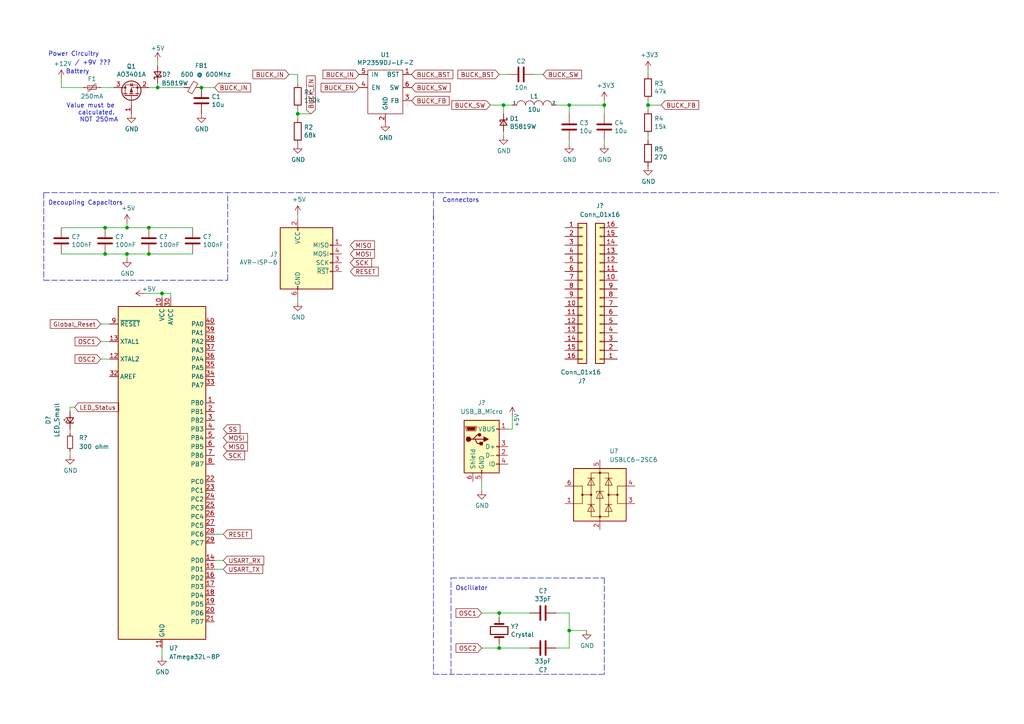
<source format=kicad_sch>
(kicad_sch (version 20211123) (generator eeschema)
  (paper "A4")
  (lib_symbols
    (symbol "Connector:AVR-ISP-6" (pin_names (offset 1.016))
      (property "Reference" "J" (at -6.35 11.43 0))
      (property "Value" "AVR-ISP-6" (at 0 11.43 0))
      (symbol "AVR-ISP-6_0_1"
        (rectangle (start -2.667 -6.858) (end -2.413 -7.62))
        (rectangle (start -2.667 10.16) (end -2.413 9.398))
        (rectangle (start 7.62 -2.413) (end 6.858 -2.667))
        (rectangle (start 7.62 0.127) (end 6.858 -0.127))
        (rectangle (start 7.62 2.667) (end 6.858 2.413))
        (rectangle (start 7.62 5.207) (end 6.858 4.953))
        (rectangle (start 7.62 10.16) (end -7.62 -7.62) (stroke (width 0.254)) (fill (type background)))
      )
      (symbol "AVR-ISP-6_1_1"
        (pin passive line (at 10.16 5.08 180) (length 2.54) (name "MISO") (number "1"))
        (pin passive line (at -2.54 12.7 270) (length 2.54) (name "VCC") (number "2"))
        (pin passive line (at 10.16 0 180) (length 2.54) (name "SCK") (number "3"))
        (pin passive line (at 10.16 2.54 180) (length 2.54) (name "MOSI") (number "4"))
        (pin passive line (at 10.16 -2.54 180) (length 2.54) (name "~{RST}") (number "5"))
        (pin passive line (at -2.54 -10.16 90) (length 2.54) (name "GND") (number "6"))
      )
    )
    (symbol "Connector:USB_B_Micro" (pin_names (offset 1.016))
      (property "Reference" "J" (at -5.08 11.43 0))
      (property "Value" "USB_B_Micro" (at -5.08 8.89 0))
      (symbol "USB_B_Micro_0_1"
        (rectangle (start -5.08 -7.62) (end 5.08 7.62) (stroke (width 0.254)) (fill (type background)))
        (circle (center -3.81 2.159) (radius 0.635) (stroke (width 0.254)) (fill (type outline)))
        (circle (center -0.635 3.429) (radius 0.381) (stroke (width 0.254)) (fill (type outline)))
        (rectangle (start -0.127 -7.62) (end 0.127 -6.858))
        (polyline (pts (xy -1.905 2.159) (xy 0.635 2.159)) (stroke (width 0.254)))
        (polyline (pts (xy -3.175 2.159) (xy -2.54 2.159) (xy -1.27 3.429) (xy -0.635 3.429)) (stroke (width 0.254)))
        (polyline (pts (xy -2.54 2.159) (xy -1.905 2.159) (xy -1.27 0.889) (xy 0 0.889)) (stroke (width 0.254)))
        (polyline (pts (xy 0.635 2.794) (xy 0.635 1.524) (xy 1.905 2.159) (xy 0.635 2.794)) (stroke (width 0.254)) (fill (type outline)))
        (polyline (pts (xy -4.318 5.588) (xy -1.778 5.588) (xy -2.032 4.826) (xy -4.064 4.826) (xy -4.318 5.588)) (fill (type outline)))
        (polyline (pts (xy -4.699 5.842) (xy -4.699 5.588) (xy -4.445 4.826) (xy -4.445 4.572) (xy -1.651 4.572) (xy -1.651 4.826) (xy -1.397 5.588) (xy -1.397 5.842) (xy -4.699 5.842)))
        (rectangle (start 0.254 1.27) (end -0.508 0.508) (stroke (width 0.254)) (fill (type outline)))
        (rectangle (start 5.08 -5.207) (end 4.318 -4.953))
        (rectangle (start 5.08 -2.667) (end 4.318 -2.413))
        (rectangle (start 5.08 -0.127) (end 4.318 0.127))
        (rectangle (start 5.08 4.953) (end 4.318 5.207))
      )
      (symbol "USB_B_Micro_1_1"
        (pin power_out line (at 7.62 5.08 180) (length 2.54) (name "VBUS") (number "1"))
        (pin bidirectional line (at 7.62 -2.54 180) (length 2.54) (name "D-") (number "2"))
        (pin bidirectional line (at 7.62 0 180) (length 2.54) (name "D+") (number "3"))
        (pin passive line (at 7.62 -5.08 180) (length 2.54) (name "ID") (number "4"))
        (pin power_out line (at 0 -10.16 90) (length 2.54) (name "GND") (number "5"))
        (pin passive line (at -2.54 -10.16 90) (length 2.54) (name "Shield") (number "6"))
      )
    )
    (symbol "Connector_Generic:Conn_01x16" (pin_names (offset 1.016) hide)
      (property "Reference" "J" (at 0 20.32 0))
      (property "Value" "Conn_01x16" (at 0 -22.86 0))
      (symbol "Conn_01x16_1_1"
        (rectangle (start -1.27 -20.193) (end 0 -20.447) (stroke (width 0.1524)))
        (rectangle (start -1.27 -17.653) (end 0 -17.907) (stroke (width 0.1524)))
        (rectangle (start -1.27 -15.113) (end 0 -15.367) (stroke (width 0.1524)))
        (rectangle (start -1.27 -12.573) (end 0 -12.827) (stroke (width 0.1524)))
        (rectangle (start -1.27 -10.033) (end 0 -10.287) (stroke (width 0.1524)))
        (rectangle (start -1.27 -7.493) (end 0 -7.747) (stroke (width 0.1524)))
        (rectangle (start -1.27 -4.953) (end 0 -5.207) (stroke (width 0.1524)))
        (rectangle (start -1.27 -2.413) (end 0 -2.667) (stroke (width 0.1524)))
        (rectangle (start -1.27 0.127) (end 0 -0.127) (stroke (width 0.1524)))
        (rectangle (start -1.27 2.667) (end 0 2.413) (stroke (width 0.1524)))
        (rectangle (start -1.27 5.207) (end 0 4.953) (stroke (width 0.1524)))
        (rectangle (start -1.27 7.747) (end 0 7.493) (stroke (width 0.1524)))
        (rectangle (start -1.27 10.287) (end 0 10.033) (stroke (width 0.1524)))
        (rectangle (start -1.27 12.827) (end 0 12.573) (stroke (width 0.1524)))
        (rectangle (start -1.27 15.367) (end 0 15.113) (stroke (width 0.1524)))
        (rectangle (start -1.27 17.907) (end 0 17.653) (stroke (width 0.1524)))
        (rectangle (start -1.27 19.05) (end 1.27 -21.59) (stroke (width 0.254)) (fill (type background)))
        (pin passive line (at -5.08 17.78 0) (length 3.81) (name "Pin_1") (number "1"))
        (pin passive line (at -5.08 -5.08 0) (length 3.81) (name "Pin_10") (number "10"))
        (pin passive line (at -5.08 -7.62 0) (length 3.81) (name "Pin_11") (number "11"))
        (pin passive line (at -5.08 -10.16 0) (length 3.81) (name "Pin_12") (number "12"))
        (pin passive line (at -5.08 -12.7 0) (length 3.81) (name "Pin_13") (number "13"))
        (pin passive line (at -5.08 -15.24 0) (length 3.81) (name "Pin_14") (number "14"))
        (pin passive line (at -5.08 -17.78 0) (length 3.81) (name "Pin_15") (number "15"))
        (pin passive line (at -5.08 -20.32 0) (length 3.81) (name "Pin_16") (number "16"))
        (pin passive line (at -5.08 15.24 0) (length 3.81) (name "Pin_2") (number "2"))
        (pin passive line (at -5.08 12.7 0) (length 3.81) (name "Pin_3") (number "3"))
        (pin passive line (at -5.08 10.16 0) (length 3.81) (name "Pin_4") (number "4"))
        (pin passive line (at -5.08 7.62 0) (length 3.81) (name "Pin_5") (number "5"))
        (pin passive line (at -5.08 5.08 0) (length 3.81) (name "Pin_6") (number "6"))
        (pin passive line (at -5.08 2.54 0) (length 3.81) (name "Pin_7") (number "7"))
        (pin passive line (at -5.08 0 0) (length 3.81) (name "Pin_8") (number "8"))
        (pin passive line (at -5.08 -2.54 0) (length 3.81) (name "Pin_9") (number "9"))
      )
    )
    (symbol "Device:C" (pin_numbers hide) (pin_names (offset 0.254))
      (property "Reference" "C" (at 0.635 2.54 0))
      (property "Value" "C" (at 0.635 -2.54 0))
      (symbol "C_0_1"
        (polyline (pts (xy -2.032 -0.762) (xy 2.032 -0.762)) (stroke (width 0.508)))
        (polyline (pts (xy -2.032 0.762) (xy 2.032 0.762)) (stroke (width 0.508)))
      )
      (symbol "C_1_1"
        (pin passive line (at 0 3.81 270) (length 2.794) (name "~") (number "1"))
        (pin passive line (at 0 -3.81 90) (length 2.794) (name "~") (number "2"))
      )
    )
    (symbol "Device:Crystal" (pin_numbers hide) (pin_names (offset 1.016) hide)
      (property "Reference" "Y" (at 0 3.81 0))
      (property "Value" "Crystal" (at 0 -3.81 0))
      (symbol "Crystal_0_1"
        (rectangle (start -1.143 2.54) (end 1.143 -2.54) (stroke (width 0.3048)))
        (polyline (pts (xy -2.54 0) (xy -1.905 0)))
        (polyline (pts (xy -1.905 -1.27) (xy -1.905 1.27)) (stroke (width 0.508)))
        (polyline (pts (xy 1.905 -1.27) (xy 1.905 1.27)) (stroke (width 0.508)))
        (polyline (pts (xy 2.54 0) (xy 1.905 0)))
      )
      (symbol "Crystal_1_1"
        (pin passive line (at -3.81 0 0) (length 1.27) (name "1") (number "1"))
        (pin passive line (at 3.81 0 180) (length 1.27) (name "2") (number "2"))
      )
    )
    (symbol "Device:D_Schottky_Small" (pin_numbers hide) (pin_names (offset 0.254) hide)
      (property "Reference" "D" (at -1.27 2.032 0))
      (property "Value" "D_Schottky_Small" (at -7.112 -2.032 0))
      (symbol "D_Schottky_Small_0_1"
        (polyline (pts (xy -0.762 0) (xy 0.762 0)))
        (polyline (pts (xy 0.762 -1.016) (xy -0.762 0) (xy 0.762 1.016) (xy 0.762 -1.016)) (stroke (width 0.254)))
        (polyline (pts (xy -1.27 0.762) (xy -1.27 1.016) (xy -0.762 1.016) (xy -0.762 -1.016) (xy -0.254 -1.016) (xy -0.254 -0.762)) (stroke (width 0.254)))
      )
      (symbol "D_Schottky_Small_1_1"
        (pin passive line (at -2.54 0 0) (length 1.778) (name "K") (number "1"))
        (pin passive line (at 2.54 0 180) (length 1.778) (name "A") (number "2"))
      )
    )
    (symbol "Device:Ferrite_Bead_Small" (pin_numbers hide) (pin_names (offset 0))
      (property "Reference" "FB" (at 1.905 1.27 0))
      (property "Value" "Device_Ferrite_Bead_Small" (at 1.905 -1.27 0))
      (symbol "Ferrite_Bead_Small_0_1"
        (polyline (pts (xy 0 -1.27) (xy 0 -0.7874)))
        (polyline (pts (xy 0 0.889) (xy 0 1.2954)))
        (polyline (pts (xy -1.8288 0.2794) (xy -1.1176 1.4986) (xy 1.8288 -0.2032) (xy 1.1176 -1.4224) (xy -1.8288 0.2794)))
      )
      (symbol "Ferrite_Bead_Small_1_1"
        (pin passive line (at 0 2.54 270) (length 1.27) (name "~") (number "1"))
        (pin passive line (at 0 -2.54 90) (length 1.27) (name "~") (number "2"))
      )
    )
    (symbol "Device:LED_Small" (pin_numbers hide) (pin_names (offset 0.254) hide)
      (property "Reference" "D" (at -1.27 3.175 0))
      (property "Value" "LED_Small" (at -4.445 -2.54 0))
      (symbol "LED_Small_0_1"
        (polyline (pts (xy -0.762 -1.016) (xy -0.762 1.016)) (stroke (width 0.254)))
        (polyline (pts (xy 1.016 0) (xy -0.762 0)))
        (polyline (pts (xy 0.762 -1.016) (xy -0.762 0) (xy 0.762 1.016) (xy 0.762 -1.016)) (stroke (width 0.254)))
        (polyline (pts (xy 0 0.762) (xy -0.508 1.27) (xy -0.254 1.27) (xy -0.508 1.27) (xy -0.508 1.016)))
        (polyline (pts (xy 0.508 1.27) (xy 0 1.778) (xy 0.254 1.778) (xy 0 1.778) (xy 0 1.524)))
      )
      (symbol "LED_Small_1_1"
        (pin passive line (at -2.54 0 0) (length 1.778) (name "K") (number "1"))
        (pin passive line (at 2.54 0 180) (length 1.778) (name "A") (number "2"))
      )
    )
    (symbol "Device:Polyfuse_Small" (pin_numbers hide) (pin_names (offset 0))
      (property "Reference" "F" (at -1.905 0 90))
      (property "Value" "Polyfuse_Small" (at 1.905 0 90))
      (symbol "Polyfuse_Small_0_1"
        (rectangle (start -0.508 1.27) (end 0.508 -1.27))
        (polyline (pts (xy 0 2.54) (xy 0 -2.54)))
        (polyline (pts (xy -1.016 1.27) (xy -1.016 0.762) (xy 1.016 -0.762) (xy 1.016 -1.27)))
      )
      (symbol "Polyfuse_Small_1_1"
        (pin passive line (at 0 2.54 270) (length 0.635) (name "~") (number "1"))
        (pin passive line (at 0 -2.54 90) (length 0.635) (name "~") (number "2"))
      )
    )
    (symbol "Device:R" (pin_numbers hide) (pin_names (offset 0))
      (property "Reference" "R" (at 2.032 0 90))
      (property "Value" "R" (at 0 0 90))
      (symbol "R_0_1"
        (rectangle (start -1.016 -2.54) (end 1.016 2.54) (stroke (width 0.254)))
      )
      (symbol "R_1_1"
        (pin passive line (at 0 3.81 270) (length 1.27) (name "~") (number "1"))
        (pin passive line (at 0 -3.81 90) (length 1.27) (name "~") (number "2"))
      )
    )
    (symbol "Device:R_Small" (pin_numbers hide) (pin_names (offset 0.254) hide)
      (property "Reference" "R" (at 0.762 0.508 0))
      (property "Value" "R_Small" (at 0.762 -1.016 0))
      (symbol "R_Small_0_1"
        (rectangle (start -0.762 1.778) (end 0.762 -1.778) (stroke (width 0.2032)))
      )
      (symbol "R_Small_1_1"
        (pin passive line (at 0 2.54 270) (length 0.762) (name "~") (number "1"))
        (pin passive line (at 0 -2.54 90) (length 0.762) (name "~") (number "2"))
      )
    )
    (symbol "MCU_Microchip_ATmega:ATmega32L-8P"
      (property "Reference" "U" (at -12.7 49.53 0))
      (property "Value" "ATmega32L-8P" (at 2.54 -49.53 0))
      (symbol "ATmega32L-8P_0_1"
        (rectangle (start -12.7 -48.26) (end 12.7 48.26) (stroke (width 0.254)) (fill (type background)))
      )
      (symbol "ATmega32L-8P_1_1"
        (pin bidirectional line (at 15.24 20.32 180) (length 2.54) (name "PB0") (number "1"))
        (pin power_in line (at 0 50.8 270) (length 2.54) (name "VCC") (number "10"))
        (pin power_in line (at 0 -50.8 90) (length 2.54) (name "GND") (number "11"))
        (pin output line (at -15.24 33.02 0) (length 2.54) (name "XTAL2") (number "12"))
        (pin input line (at -15.24 38.1 0) (length 2.54) (name "XTAL1") (number "13"))
        (pin bidirectional line (at 15.24 -25.4 180) (length 2.54) (name "PD0") (number "14"))
        (pin bidirectional line (at 15.24 -27.94 180) (length 2.54) (name "PD1") (number "15"))
        (pin bidirectional line (at 15.24 -30.48 180) (length 2.54) (name "PD2") (number "16"))
        (pin bidirectional line (at 15.24 -33.02 180) (length 2.54) (name "PD3") (number "17"))
        (pin bidirectional line (at 15.24 -35.56 180) (length 2.54) (name "PD4") (number "18"))
        (pin bidirectional line (at 15.24 -38.1 180) (length 2.54) (name "PD5") (number "19"))
        (pin bidirectional line (at 15.24 17.78 180) (length 2.54) (name "PB1") (number "2"))
        (pin bidirectional line (at 15.24 -40.64 180) (length 2.54) (name "PD6") (number "20"))
        (pin bidirectional line (at 15.24 -43.18 180) (length 2.54) (name "PD7") (number "21"))
        (pin bidirectional line (at 15.24 -2.54 180) (length 2.54) (name "PC0") (number "22"))
        (pin bidirectional line (at 15.24 -5.08 180) (length 2.54) (name "PC1") (number "23"))
        (pin bidirectional line (at 15.24 -7.62 180) (length 2.54) (name "PC2") (number "24"))
        (pin bidirectional line (at 15.24 -10.16 180) (length 2.54) (name "PC3") (number "25"))
        (pin bidirectional line (at 15.24 -12.7 180) (length 2.54) (name "PC4") (number "26"))
        (pin bidirectional line (at 15.24 -15.24 180) (length 2.54) (name "PC5") (number "27"))
        (pin bidirectional line (at 15.24 -17.78 180) (length 2.54) (name "PC6") (number "28"))
        (pin bidirectional line (at 15.24 -20.32 180) (length 2.54) (name "PC7") (number "29"))
        (pin bidirectional line (at 15.24 15.24 180) (length 2.54) (name "PB2") (number "3"))
        (pin power_in line (at 2.54 50.8 270) (length 2.54) (name "AVCC") (number "30"))
        (pin passive line (at 0 -50.8 90) (length 2.54) hide (name "GND") (number "31"))
        (pin passive line (at -15.24 27.94 0) (length 2.54) (name "AREF") (number "32"))
        (pin bidirectional line (at 15.24 25.4 180) (length 2.54) (name "PA7") (number "33"))
        (pin bidirectional line (at 15.24 27.94 180) (length 2.54) (name "PA6") (number "34"))
        (pin bidirectional line (at 15.24 30.48 180) (length 2.54) (name "PA5") (number "35"))
        (pin bidirectional line (at 15.24 33.02 180) (length 2.54) (name "PA4") (number "36"))
        (pin bidirectional line (at 15.24 35.56 180) (length 2.54) (name "PA3") (number "37"))
        (pin bidirectional line (at 15.24 38.1 180) (length 2.54) (name "PA2") (number "38"))
        (pin bidirectional line (at 15.24 40.64 180) (length 2.54) (name "PA1") (number "39"))
        (pin bidirectional line (at 15.24 12.7 180) (length 2.54) (name "PB3") (number "4"))
        (pin bidirectional line (at 15.24 43.18 180) (length 2.54) (name "PA0") (number "40"))
        (pin bidirectional line (at 15.24 10.16 180) (length 2.54) (name "PB4") (number "5"))
        (pin bidirectional line (at 15.24 7.62 180) (length 2.54) (name "PB5") (number "6"))
        (pin bidirectional line (at 15.24 5.08 180) (length 2.54) (name "PB6") (number "7"))
        (pin bidirectional line (at 15.24 2.54 180) (length 2.54) (name "PB7") (number "8"))
        (pin input line (at -15.24 43.18 0) (length 2.54) (name "~{RESET}") (number "9"))
      )
    )
    (symbol "Personal_Library:MP2359DJ-LF-Z" (pin_names (offset 1.016))
      (property "Reference" "U" (at 0 0 0))
      (property "Value" "Personal_Library_MP2359DJ-LF-Z" (at 11.43 -15.24 0))
      (symbol "MP2359DJ-LF-Z_0_1"
        (rectangle (start 6.35 -1.27) (end -3.81 -13.97))
        (rectangle (start 7.62 -11.43) (end 7.62 -11.43))
      )
      (symbol "MP2359DJ-LF-Z_1_1"
        (pin input line (at 8.89 -2.54 180) (length 2.54) (name "BST") (number "1"))
        (pin input line (at 1.27 -16.51 90) (length 2.54) (name "GND") (number "2"))
        (pin input line (at 8.89 -10.16 180) (length 2.54) (name "FB") (number "3"))
        (pin input line (at -6.35 -6.35 0) (length 2.54) (name "EN") (number "4"))
        (pin input line (at -6.35 -2.54 0) (length 2.54) (name "IN") (number "5"))
        (pin input line (at 8.89 -6.35 180) (length 2.54) (name "SW") (number "6"))
      )
    )
    (symbol "Power_Protection:USBLC6-2SC6" (pin_names hide)
      (property "Reference" "U" (at 2.54 8.89 0))
      (property "Value" "USBLC6-2SC6" (at 2.54 -8.89 0))
      (symbol "USBLC6-2SC6_0_1"
        (rectangle (start -7.62 -7.62) (end 7.62 7.62) (stroke (width 0.254)) (fill (type background)))
        (circle (center -5.08 0) (radius 0.254) (fill (type outline)))
        (circle (center -2.54 0) (radius 0.254) (fill (type outline)))
        (rectangle (start -2.54 6.35) (end 2.54 -6.35))
        (circle (center 0 -6.35) (radius 0.254) (fill (type outline)))
        (polyline (pts (xy -5.08 -2.54) (xy -7.62 -2.54)))
        (polyline (pts (xy -5.08 0) (xy -5.08 -2.54)))
        (polyline (pts (xy -5.08 2.54) (xy -7.62 2.54)))
        (polyline (pts (xy -1.524 -2.794) (xy -3.556 -2.794)))
        (polyline (pts (xy -1.524 4.826) (xy -3.556 4.826)))
        (polyline (pts (xy 0 -7.62) (xy 0 -6.35)))
        (polyline (pts (xy 0 -6.35) (xy 0 1.27)))
        (polyline (pts (xy 0 1.27) (xy 0 6.35)))
        (polyline (pts (xy 0 6.35) (xy 0 7.62)))
        (polyline (pts (xy 1.524 -2.794) (xy 3.556 -2.794)))
        (polyline (pts (xy 1.524 4.826) (xy 3.556 4.826)))
        (polyline (pts (xy 5.08 -2.54) (xy 7.62 -2.54)))
        (polyline (pts (xy 5.08 0) (xy 5.08 -2.54)))
        (polyline (pts (xy 5.08 2.54) (xy 7.62 2.54)))
        (polyline (pts (xy -2.54 0) (xy -5.08 0) (xy -5.08 2.54)))
        (polyline (pts (xy 2.54 0) (xy 5.08 0) (xy 5.08 2.54)))
        (polyline (pts (xy -3.556 -4.826) (xy -1.524 -4.826) (xy -2.54 -2.794) (xy -3.556 -4.826)))
        (polyline (pts (xy -3.556 2.794) (xy -1.524 2.794) (xy -2.54 4.826) (xy -3.556 2.794)))
        (polyline (pts (xy -1.016 -1.016) (xy 1.016 -1.016) (xy 0 1.016) (xy -1.016 -1.016)))
        (polyline (pts (xy 1.016 1.016) (xy 0.762 1.016) (xy -1.016 1.016) (xy -1.016 0.508)))
        (polyline (pts (xy 3.556 -4.826) (xy 1.524 -4.826) (xy 2.54 -2.794) (xy 3.556 -4.826)))
        (polyline (pts (xy 3.556 2.794) (xy 1.524 2.794) (xy 2.54 4.826) (xy 3.556 2.794)))
        (circle (center 0 6.35) (radius 0.254) (fill (type outline)))
        (circle (center 2.54 0) (radius 0.254) (fill (type outline)))
        (circle (center 5.08 0) (radius 0.254) (fill (type outline)))
      )
      (symbol "USBLC6-2SC6_1_1"
        (pin passive line (at -10.16 -2.54 0) (length 2.54) (name "I/O1") (number "1"))
        (pin passive line (at 0 -10.16 90) (length 2.54) (name "GND") (number "2"))
        (pin passive line (at 10.16 -2.54 180) (length 2.54) (name "I/O2") (number "3"))
        (pin passive line (at 10.16 2.54 180) (length 2.54) (name "I/O2") (number "4"))
        (pin passive line (at 0 10.16 270) (length 2.54) (name "VBUS") (number "5"))
        (pin passive line (at -10.16 2.54 0) (length 2.54) (name "I/O1") (number "6"))
      )
    )
    (symbol "Transistor_FET:AO3401A" (pin_names hide)
      (property "Reference" "Q" (at 5.08 1.905 0))
      (property "Value" "AO3401A" (at 5.08 0 0))
      (symbol "AO3401A_0_1"
        (polyline (pts (xy 0.254 0) (xy -2.54 0)))
        (polyline (pts (xy 0.254 1.905) (xy 0.254 -1.905)) (stroke (width 0.254)))
        (polyline (pts (xy 0.762 -1.27) (xy 0.762 -2.286)) (stroke (width 0.254)))
        (polyline (pts (xy 0.762 0.508) (xy 0.762 -0.508)) (stroke (width 0.254)))
        (polyline (pts (xy 0.762 2.286) (xy 0.762 1.27)) (stroke (width 0.254)))
        (polyline (pts (xy 2.54 2.54) (xy 2.54 1.778)))
        (polyline (pts (xy 2.54 -2.54) (xy 2.54 0) (xy 0.762 0)))
        (polyline (pts (xy 0.762 1.778) (xy 3.302 1.778) (xy 3.302 -1.778) (xy 0.762 -1.778)))
        (polyline (pts (xy 2.286 0) (xy 1.27 0.381) (xy 1.27 -0.381) (xy 2.286 0)) (fill (type outline)))
        (polyline (pts (xy 2.794 -0.508) (xy 2.921 -0.381) (xy 3.683 -0.381) (xy 3.81 -0.254)))
        (polyline (pts (xy 3.302 -0.381) (xy 2.921 0.254) (xy 3.683 0.254) (xy 3.302 -0.381)))
        (circle (center 1.651 0) (radius 2.794) (stroke (width 0.254)))
        (circle (center 2.54 -1.778) (radius 0.254) (fill (type outline)))
        (circle (center 2.54 1.778) (radius 0.254) (fill (type outline)))
      )
      (symbol "AO3401A_1_1"
        (pin input line (at -5.08 0 0) (length 2.54) (name "G") (number "1"))
        (pin passive line (at 2.54 -5.08 90) (length 2.54) (name "S") (number "2"))
        (pin passive line (at 2.54 5.08 270) (length 2.54) (name "D") (number "3"))
      )
    )
    (symbol "power:+12V" (power) (pin_names (offset 0))
      (property "Value" "+12V" (at 0 3.556 0))
      (symbol "+12V_0_1"
        (polyline (pts (xy -0.762 1.27) (xy 0 2.54)))
        (polyline (pts (xy 0 0) (xy 0 2.54)))
        (polyline (pts (xy 0 2.54) (xy 0.762 1.27)))
      )
      (symbol "+12V_1_1"
        (pin power_in line (at 0 0 90) (length 0) hide (name "+12V") (number "1"))
      )
    )
    (symbol "power:+3.3V" (power) (pin_names (offset 0))
      (property "Value" "+3.3V" (at 0 3.556 0))
      (symbol "+3.3V_0_1"
        (polyline (pts (xy -0.762 1.27) (xy 0 2.54)))
        (polyline (pts (xy 0 0) (xy 0 2.54)))
        (polyline (pts (xy 0 2.54) (xy 0.762 1.27)))
      )
      (symbol "+3.3V_1_1"
        (pin power_in line (at 0 0 90) (length 0) hide (name "+3V3") (number "1"))
      )
    )
    (symbol "power:+5V" (power) (pin_names (offset 0))
      (property "Value" "+5V" (at 0 3.556 0))
      (symbol "+5V_0_1"
        (polyline (pts (xy -0.762 1.27) (xy 0 2.54)))
        (polyline (pts (xy 0 0) (xy 0 2.54)))
        (polyline (pts (xy 0 2.54) (xy 0.762 1.27)))
      )
      (symbol "+5V_1_1"
        (pin power_in line (at 0 0 90) (length 0) hide (name "+5V") (number "1"))
      )
    )
    (symbol "power:GND" (power) (pin_names (offset 0))
      (property "Value" "GND" (at 0 -3.81 0))
      (symbol "GND_0_1"
        (polyline (pts (xy 0 0) (xy 0 -1.27) (xy 1.27 -1.27) (xy 0 -2.54) (xy -1.27 -1.27) (xy 0 -1.27)))
      )
      (symbol "GND_1_1"
        (pin power_in line (at 0 0 270) (length 0) hide (name "GND") (number "1"))
      )
    )
    (symbol "pspice:INDUCTOR" (pin_numbers hide) (pin_names (offset 0))
      (property "Reference" "L" (at 0 2.54 0))
      (property "Value" "INDUCTOR" (at 0 -1.27 0))
      (symbol "INDUCTOR_0_1"
        (arc (start -2.54 0) (mid -3.81 1.27) (end -5.08 0))
        (arc (start 0 0) (mid -1.27 1.27) (end -2.54 0))
        (arc (start 2.54 0) (mid 1.27 1.27) (end 0 0))
        (arc (start 5.08 0) (mid 3.81 1.27) (end 2.54 0))
      )
      (symbol "INDUCTOR_1_1"
        (pin input line (at -6.35 0 0) (length 1.27) (name "1") (number "1"))
        (pin input line (at 6.35 0 180) (length 1.27) (name "2") (number "2"))
      )
    )
  )
  (junction (at 43.18 73.66))
  (junction (at 36.83 73.66))
  (junction (at 43.18 66.04))
  (junction (at 46.99 85.09))
  (junction (at 165.1 30.48))
  (junction (at 165.1 182.88))
  (junction (at 30.48 66.04))
  (junction (at 146.05 30.48))
  (junction (at 36.83 66.04))
  (junction (at 86.36 33.02))
  (junction (at 30.48 73.66))
  (junction (at 45.72 25.4))
  (junction (at 144.78 187.96))
  (junction (at 144.78 177.8))
  (junction (at 175.26 30.48))
  (junction (at 58.42 25.4))
  (junction (at 187.96 30.48))
  (wire (pts (xy 62.23 25.4) (xy 58.42 25.4)))
  (wire (pts (xy 62.23 154.94) (xy 64.77 154.94)))
  (wire (pts (xy 17.78 22.86) (xy 17.78 25.4)))
  (wire (pts (xy 146.05 30.48) (xy 146.05 33.02)))
  (wire (pts (xy 29.21 99.06) (xy 31.75 99.06)))
  (wire (pts (xy 49.53 86.36) (xy 49.53 85.09)))
  (polyline (pts (xy 125.73 62.23) (xy 125.73 195.58)))
  (polyline (pts (xy 66.04 81.28) (xy 66.04 55.88)))
  (wire (pts (xy 187.96 30.48) (xy 187.96 31.75)))
  (wire (pts (xy 153.67 187.96) (xy 144.78 187.96)))
  (wire (pts (xy 43.18 66.04) (xy 55.88 66.04)))
  (wire (pts (xy 175.26 33.02) (xy 175.26 30.48)))
  (wire (pts (xy 46.99 187.96) (xy 46.99 190.5)))
  (wire (pts (xy 187.96 29.21) (xy 187.96 30.48)))
  (wire (pts (xy 86.36 34.29) (xy 86.36 33.02)))
  (wire (pts (xy 187.96 40.64) (xy 187.96 39.37)))
  (wire (pts (xy 161.29 187.96) (xy 165.1 187.96)))
  (wire (pts (xy 165.1 177.8) (xy 165.1 182.88)))
  (wire (pts (xy 29.21 25.4) (xy 33.02 25.4)))
  (polyline (pts (xy 130.81 167.64) (xy 175.26 167.64)))
  (polyline (pts (xy 175.26 195.58) (xy 130.81 195.58)))
  (wire (pts (xy 36.83 66.04) (xy 43.18 66.04)))
  (wire (pts (xy 144.78 177.8) (xy 144.78 179.07)))
  (wire (pts (xy 161.29 177.8) (xy 165.1 177.8)))
  (wire (pts (xy 41.91 85.09) (xy 46.99 85.09)))
  (wire (pts (xy 86.36 33.02) (xy 86.36 31.75)))
  (wire (pts (xy 62.23 162.56) (xy 64.77 162.56)))
  (wire (pts (xy 36.83 73.66) (xy 43.18 73.66)))
  (wire (pts (xy 90.17 33.02) (xy 86.36 33.02)))
  (wire (pts (xy 148.59 120.65) (xy 148.59 124.46)))
  (wire (pts (xy 29.21 104.14) (xy 31.75 104.14)))
  (wire (pts (xy 148.59 124.46) (xy 147.32 124.46)))
  (wire (pts (xy 139.7 139.7) (xy 139.7 142.24)))
  (wire (pts (xy 187.96 21.59) (xy 187.96 20.32)))
  (wire (pts (xy 36.83 74.93) (xy 36.83 73.66)))
  (wire (pts (xy 165.1 182.88) (xy 170.18 182.88)))
  (wire (pts (xy 46.99 85.09) (xy 46.99 86.36)))
  (wire (pts (xy 43.18 25.4) (xy 45.72 25.4)))
  (wire (pts (xy 20.32 124.46) (xy 20.32 125.73)))
  (wire (pts (xy 86.36 62.23) (xy 86.36 63.5)))
  (wire (pts (xy 165.1 30.48) (xy 161.29 30.48)))
  (wire (pts (xy 29.21 93.98) (xy 31.75 93.98)))
  (polyline (pts (xy 130.81 195.58) (xy 130.81 167.64)))
  (wire (pts (xy 142.24 30.48) (xy 146.05 30.48)))
  (wire (pts (xy 165.1 187.96) (xy 165.1 182.88)))
  (wire (pts (xy 83.82 21.59) (xy 86.36 21.59)))
  (wire (pts (xy 146.05 39.37) (xy 146.05 38.1)))
  (wire (pts (xy 43.18 73.66) (xy 55.88 73.66)))
  (wire (pts (xy 21.59 118.11) (xy 20.32 118.11)))
  (wire (pts (xy 45.72 24.13) (xy 45.72 25.4)))
  (wire (pts (xy 154.94 21.59) (xy 157.48 21.59)))
  (wire (pts (xy 17.78 25.4) (xy 24.13 25.4)))
  (wire (pts (xy 175.26 30.48) (xy 165.1 30.48)))
  (wire (pts (xy 191.77 30.48) (xy 187.96 30.48)))
  (wire (pts (xy 165.1 40.64) (xy 165.1 41.91)))
  (wire (pts (xy 144.78 187.96) (xy 144.78 186.69)))
  (wire (pts (xy 45.72 25.4) (xy 53.34 25.4)))
  (wire (pts (xy 175.26 41.91) (xy 175.26 40.64)))
  (wire (pts (xy 86.36 21.59) (xy 86.36 24.13)))
  (polyline (pts (xy 175.26 167.64) (xy 175.26 195.58)))
  (wire (pts (xy 86.36 87.63) (xy 86.36 86.36)))
  (wire (pts (xy 165.1 33.02) (xy 165.1 30.48)))
  (wire (pts (xy 144.78 21.59) (xy 147.32 21.59)))
  (wire (pts (xy 49.53 85.09) (xy 46.99 85.09)))
  (polyline (pts (xy 125.73 195.58) (xy 130.81 195.58)))
  (wire (pts (xy 20.32 130.81) (xy 20.32 132.08)))
  (wire (pts (xy 139.7 177.8) (xy 144.78 177.8)))
  (polyline (pts (xy 12.7 55.88) (xy 289.56 55.88)))
  (wire (pts (xy 62.23 165.1) (xy 64.77 165.1)))
  (wire (pts (xy 36.83 73.66) (xy 30.48 73.66)))
  (wire (pts (xy 36.83 64.77) (xy 36.83 66.04)))
  (wire (pts (xy 36.83 66.04) (xy 30.48 66.04)))
  (polyline (pts (xy 125.73 55.88) (xy 125.73 63.5)))
  (wire (pts (xy 30.48 66.04) (xy 17.78 66.04)))
  (wire (pts (xy 175.26 29.21) (xy 175.26 30.48)))
  (wire (pts (xy 45.72 17.78) (xy 45.72 19.05)))
  (wire (pts (xy 139.7 187.96) (xy 144.78 187.96)))
  (polyline (pts (xy 12.7 55.88) (xy 12.7 81.28)))
  (polyline (pts (xy 12.7 81.28) (xy 66.04 81.28)))
  (wire (pts (xy 17.78 73.66) (xy 30.48 73.66)))
  (wire (pts (xy 20.32 118.11) (xy 20.32 119.38)))
  (wire (pts (xy 153.67 177.8) (xy 144.78 177.8)))
  (wire (pts (xy 148.59 30.48) (xy 146.05 30.48)))
  (text "Power Circuitry" (at 13.97 16.51 0) (effects (font (size 1.27 1.27)) (justify left bottom)))
  (text "Oscillator" (at 132.08 171.45 0) (effects (font (size 1.27 1.27)) (justify left bottom)))
  (text "Decoupling Capacitors\n" (at 13.97 59.69 0) (effects (font (size 1.27 1.27)) (justify left bottom)))
  (text "Connectors\n\n" (at 128.27 60.96 0) (effects (font (size 1.27 1.27)) (justify left bottom)))
  (text "Battery\n" (at 19.05 21.59 0) (effects (font (size 1.27 1.27)) (justify left bottom)))
  (text "/ +9V ???\n" (at 21.59 19.05 0) (effects (font (size 1.27 1.27)) (justify left bottom)))
  (text "Value must be \ncalculated. \nNOT 250mA\n" (at 34.29 35.56 180) (effects (font (size 1.27 1.27)) (justify right bottom)))
  (global_label "OSC1" (shape input) (at 139.7 177.8 180) (property "Intersheet References" "${INTERSHEET_REFS}" (effects hide)))
  (global_label "MOSI" (shape input) (at 101.6 73.66 0) (property "Intersheet References" "${INTERSHEET_REFS}" (effects hide)))
  (global_label "LED_Status" (shape input) (at 21.59 118.11 0) (property "Intersheet References" "${INTERSHEET_REFS}" (effects hide)))
  (global_label "USART_RX" (shape input) (at 64.77 162.56 0) (property "Intersheet References" "${INTERSHEET_REFS}" (effects hide)))
  (global_label "BUCK_EN" (shape input) (at 90.17 33.02 90) (property "Intersheet References" "${INTERSHEET_REFS}" (effects hide)))
  (global_label "BUCK_SW" (shape input) (at 157.48 21.59 0) (property "Intersheet References" "${INTERSHEET_REFS}" (effects hide)))
  (global_label "BUCK_BST" (shape input) (at 119.38 21.59 0) (property "Intersheet References" "${INTERSHEET_REFS}" (effects hide)))
  (global_label "SCK" (shape input) (at 101.6 76.2 0) (property "Intersheet References" "${INTERSHEET_REFS}" (effects hide)))
  (global_label "BUCK_IN" (shape input) (at 83.82 21.59 180) (property "Intersheet References" "${INTERSHEET_REFS}" (effects hide)))
  (global_label "OSC1" (shape input) (at 29.21 99.06 180) (property "Intersheet References" "${INTERSHEET_REFS}" (effects hide)))
  (global_label "BUCK_IN" (shape input) (at 104.14 21.59 180) (property "Intersheet References" "${INTERSHEET_REFS}" (effects hide)))
  (global_label "SS" (shape input) (at 64.77 124.46 0) (property "Intersheet References" "${INTERSHEET_REFS}" (effects hide)))
  (global_label "BUCK_FB" (shape input) (at 119.38 29.21 0) (property "Intersheet References" "${INTERSHEET_REFS}" (effects hide)))
  (global_label "BUCK_EN" (shape input) (at 104.14 25.4 180) (property "Intersheet References" "${INTERSHEET_REFS}" (effects hide)))
  (global_label "Global_Reset" (shape input) (at 29.21 93.98 180) (property "Intersheet References" "${INTERSHEET_REFS}" (effects hide)))
  (global_label "SCK" (shape input) (at 64.77 132.08 0) (property "Intersheet References" "${INTERSHEET_REFS}" (effects hide)))
  (global_label "RESET" (shape input) (at 64.77 154.94 0) (property "Intersheet References" "${INTERSHEET_REFS}" (effects hide)))
  (global_label "MISO" (shape input) (at 64.77 129.54 0) (property "Intersheet References" "${INTERSHEET_REFS}" (effects hide)))
  (global_label "OSC2" (shape input) (at 29.21 104.14 180) (property "Intersheet References" "${INTERSHEET_REFS}" (effects hide)))
  (global_label "BUCK_BST" (shape input) (at 144.78 21.59 180) (property "Intersheet References" "${INTERSHEET_REFS}" (effects hide)))
  (global_label "RESET" (shape input) (at 101.6 78.74 0) (property "Intersheet References" "${INTERSHEET_REFS}" (effects hide)))
  (global_label "OSC2" (shape input) (at 139.7 187.96 180) (property "Intersheet References" "${INTERSHEET_REFS}" (effects hide)))
  (global_label "BUCK_SW" (shape input) (at 142.24 30.48 180) (property "Intersheet References" "${INTERSHEET_REFS}" (effects hide)))
  (global_label "BUCK_FB" (shape input) (at 191.77 30.48 0) (property "Intersheet References" "${INTERSHEET_REFS}" (effects hide)))
  (global_label "MISO" (shape input) (at 101.6 71.12 0) (property "Intersheet References" "${INTERSHEET_REFS}" (effects hide)))
  (global_label "BUCK_IN" (shape input) (at 62.23 25.4 0) (property "Intersheet References" "${INTERSHEET_REFS}" (effects hide)))
  (global_label "USART_TX" (shape input) (at 64.77 165.1 0) (property "Intersheet References" "${INTERSHEET_REFS}" (effects hide)))
  (global_label "BUCK_SW" (shape input) (at 119.38 25.4 0) (property "Intersheet References" "${INTERSHEET_REFS}" (effects hide)))
  (global_label "MOSI" (shape input) (at 64.77 127 0) (property "Intersheet References" "${INTERSHEET_REFS}" (effects hide)))
  (symbol (lib_id "Personal_Library:MP2359DJ-LF-Z") (at 110.49 19.05 0) (unit 1)
    (property "Reference" "U1" (at 111.76 15.875 0))
    (property "Value" "MP2359DJ-LF-Z" (at 111.76 18.1864 0))
    (property "Footprint" "Package_TO_SOT_SMD:SOT-23-6" (effects hide))
  )
  (symbol (lib_id "power:+12V") (at 17.78 22.86 0) (unit 1)
    (property "Reference" "#PWR01" (effects hide))
    (property "Value" "+12V" (at 18.161 18.4658 0))
  )
  (symbol (lib_id "Device:Polyfuse_Small") (at 26.67 25.4 270) (unit 1)
    (property "Reference" "F1" (at 26.67 22.86 90))
    (property "Value" "250mA" (at 26.67 27.94 90))
    (property "Footprint" "Fuse:Fuse_1206_3216Metric" (effects hide))
  )
  (symbol (lib_id "Transistor_FET:AO3401A") (at 38.1 27.94 90) (unit 1)
    (property "Reference" "Q1" (at 38.1 19.2532 90))
    (property "Value" "AO3401A" (at 38.1 21.5646 90))
    (property "Footprint" "Package_TO_SOT_SMD:SOT-23" (effects hide))
    (property "Datasheet" "http://www.aosmd.com/pdfs/datasheet/AO3401A.pdf" (effects hide))
  )
  (symbol (lib_id "power:GND") (at 38.1 33.02 0) (unit 1)
    (property "Reference" "#PWR02" (effects hide))
    (property "Value" "GND" (at 38.227 37.4142 0))
  )
  (symbol (lib_id "power:GND") (at 111.76 35.56 0) (unit 1)
    (property "Reference" "#PWR05" (effects hide))
    (property "Value" "GND" (at 111.887 39.9542 0))
  )
  (symbol (lib_id "Device:Ferrite_Bead_Small") (at 55.88 25.4 270) (unit 1)
    (property "Reference" "FB1" (at 58.42 19.05 90))
    (property "Value" "600 @ 600Mhz" (at 59.69 21.59 90))
    (property "Footprint" "Inductor_SMD:L_0805_2012Metric" (effects hide))
  )
  (symbol (lib_id "Device:C") (at 58.42 29.21 0) (unit 1)
    (property "Reference" "C1" (at 61.341 28.0416 0) (effects (justify left)))
    (property "Value" "10u" (at 61.341 30.353 0) (effects (justify left)))
    (property "Footprint" "Capacitor_SMD:C_1206_3216Metric" (effects hide))
  )
  (symbol (lib_id "power:GND") (at 58.42 33.02 0) (unit 1)
    (property "Reference" "#PWR03" (effects hide))
    (property "Value" "GND" (at 58.547 37.4142 0))
  )
  (symbol (lib_id "Device:R") (at 86.36 27.94 0) (unit 1)
    (property "Reference" "R1" (at 88.138 26.7716 0) (effects (justify left)))
    (property "Value" "100k" (at 88.138 29.083 0) (effects (justify left)))
    (property "Footprint" "Inductor_SMD:L_0603_1608Metric" (effects hide))
  )
  (symbol (lib_id "Device:R") (at 86.36 38.1 0) (unit 1)
    (property "Reference" "R2" (at 88.138 36.9316 0) (effects (justify left)))
    (property "Value" "68k" (at 88.138 39.243 0) (effects (justify left)))
    (property "Footprint" "Inductor_SMD:L_0603_1608Metric" (effects hide))
  )
  (symbol (lib_id "power:GND") (at 86.36 41.91 0) (unit 1)
    (property "Reference" "#PWR04" (effects hide))
    (property "Value" "GND" (at 86.487 46.3042 0))
  )
  (symbol (lib_id "Device:D_Schottky_Small") (at 146.05 35.56 270) (unit 1)
    (property "Reference" "D1" (at 147.828 34.3916 90) (effects (justify left)))
    (property "Value" "B5819W" (at 147.828 36.703 90) (effects (justify left)))
    (property "Footprint" "Diode_SMD:D_SOD-123" (effects hide))
  )
  (symbol (lib_id "Device:C") (at 151.13 21.59 270) (unit 1)
    (property "Reference" "C2" (at 151.13 17.78 90))
    (property "Value" "10n" (at 151.13 25.4 90))
    (property "Footprint" "Capacitor_SMD:C_0603_1608Metric" (effects hide))
  )
  (symbol (lib_id "pspice:INDUCTOR") (at 154.94 30.48 0) (unit 1)
    (property "Reference" "L1" (at 154.94 27.94 0))
    (property "Value" "10u" (at 154.94 31.75 0))
    (property "Footprint" "Inductor_SMD:L_Sunlord_MWSA0518_5.4x5.2mm" (effects hide))
  )
  (symbol (lib_id "power:GND") (at 146.05 39.37 0) (unit 1)
    (property "Reference" "#PWR06" (effects hide))
    (property "Value" "GND" (at 146.177 43.7642 0))
  )
  (symbol (lib_id "Device:C") (at 165.1 36.83 0) (unit 1)
    (property "Reference" "C3" (at 168.021 35.6616 0) (effects (justify left)))
    (property "Value" "10u" (at 168.021 37.973 0) (effects (justify left)))
    (property "Footprint" "Capacitor_SMD:C_1206_3216Metric" (effects hide))
  )
  (symbol (lib_id "Device:C") (at 175.26 36.83 0) (unit 1)
    (property "Reference" "C4" (at 178.181 35.6616 0) (effects (justify left)))
    (property "Value" "10u" (at 178.181 37.973 0) (effects (justify left)))
    (property "Footprint" "Capacitor_SMD:C_1206_3216Metric" (effects hide))
  )
  (symbol (lib_id "power:GND") (at 165.1 41.91 0) (unit 1)
    (property "Reference" "#PWR07" (effects hide))
    (property "Value" "GND" (at 165.227 46.3042 0))
  )
  (symbol (lib_id "power:GND") (at 175.26 41.91 0) (unit 1)
    (property "Reference" "#PWR09" (effects hide))
    (property "Value" "GND" (at 175.387 46.3042 0))
  )
  (symbol (lib_id "power:+3.3V") (at 175.26 29.21 0) (unit 1)
    (property "Reference" "#PWR08" (effects hide))
    (property "Value" "+3.3V" (at 175.641 24.8158 0))
  )
  (symbol (lib_id "power:+3.3V") (at 187.96 20.32 0) (unit 1)
    (property "Reference" "#PWR010" (effects hide))
    (property "Value" "+3.3V" (at 188.341 15.9258 0))
  )
  (symbol (lib_id "Device:R") (at 187.96 25.4 0) (unit 1)
    (property "Reference" "R3" (at 189.738 24.2316 0) (effects (justify left)))
    (property "Value" "47k" (at 189.738 26.543 0) (effects (justify left)))
    (property "Footprint" "Inductor_SMD:L_0603_1608Metric" (effects hide))
  )
  (symbol (lib_id "Device:R") (at 187.96 35.56 0) (unit 1)
    (property "Reference" "R4" (at 189.738 34.3916 0) (effects (justify left)))
    (property "Value" "15k" (at 189.738 36.703 0) (effects (justify left)))
    (property "Footprint" "Inductor_SMD:L_0603_1608Metric" (effects hide))
  )
  (symbol (lib_id "Device:R") (at 187.96 44.45 0) (unit 1)
    (property "Reference" "R5" (at 189.738 43.2816 0) (effects (justify left)))
    (property "Value" "270" (at 189.738 45.593 0) (effects (justify left)))
    (property "Footprint" "Inductor_SMD:L_0603_1608Metric" (effects hide))
  )
  (symbol (lib_id "power:GND") (at 187.96 48.26 0) (unit 1)
    (property "Reference" "#PWR011" (effects hide))
    (property "Value" "GND" (at 188.087 52.6542 0))
  )
  (symbol (lib_id "power:GND") (at 46.99 190.5 0) (unit 1)
    (property "Reference" "#PWR?" (effects hide))
    (property "Value" "GND" (at 47.117 194.8942 0))
  )
  (symbol (lib_id "Device:Crystal") (at 144.78 182.88 270) (unit 1)
    (property "Reference" "Y?" (at 148.1074 181.7116 90) (effects (justify left)))
    (property "Value" "Crystal" (at 148.1074 184.023 90) (effects (justify left)))
  )
  (symbol (lib_id "Device:C") (at 157.48 177.8 270) (unit 1)
    (property "Reference" "C?" (at 157.48 171.3992 90))
    (property "Value" "33pF" (at 157.48 173.7106 90))
  )
  (symbol (lib_id "Device:C") (at 157.48 187.96 270) (unit 1)
    (property "Reference" "C?" (at 157.48 194.31 90))
    (property "Value" "33pF" (at 157.48 191.77 90))
  )
  (symbol (lib_id "power:GND") (at 170.18 182.88 0) (unit 1)
    (property "Reference" "#PWR?" (effects hide))
    (property "Value" "GND" (at 170.307 187.2742 0))
  )
  (symbol (lib_id "Device:C") (at 17.78 69.85 0) (unit 1)
    (property "Reference" "C?" (at 20.701 68.6816 0) (effects (justify left)))
    (property "Value" "100nF" (at 20.701 70.993 0) (effects (justify left)))
  )
  (symbol (lib_id "Device:C") (at 30.48 69.85 0) (unit 1)
    (property "Reference" "C?" (at 33.401 68.6816 0) (effects (justify left)))
    (property "Value" "100nF" (at 33.401 70.993 0) (effects (justify left)))
  )
  (symbol (lib_id "Device:C") (at 43.18 69.85 0) (unit 1)
    (property "Reference" "C?" (at 46.101 68.6816 0) (effects (justify left)))
    (property "Value" "100nF" (at 46.101 70.993 0) (effects (justify left)))
  )
  (symbol (lib_id "Device:C") (at 55.88 69.85 0) (unit 1)
    (property "Reference" "C?" (at 58.801 68.6816 0) (effects (justify left)))
    (property "Value" "100nF" (at 58.801 70.993 0) (effects (justify left)))
  )
  (symbol (lib_id "power:+5V") (at 36.83 64.77 0) (unit 1)
    (property "Reference" "#PWR?" (effects hide))
    (property "Value" "+5V" (at 37.211 60.3758 0))
  )
  (symbol (lib_id "power:GND") (at 36.83 74.93 0) (unit 1)
    (property "Reference" "#PWR?" (effects hide))
    (property "Value" "GND" (at 36.957 79.3242 0))
  )
  (symbol (lib_id "Connector:AVR-ISP-6") (at 88.9 76.2 0) (unit 1)
    (property "Reference" "J?" (at 80.5434 73.7616 0) (effects (justify right)))
    (property "Value" "AVR-ISP-6" (at 80.5434 76.073 0) (effects (justify right)))
    (property "Datasheet" " ~" (effects hide))
  )
  (symbol (lib_id "power:GND") (at 86.36 87.63 0) (unit 1)
    (property "Reference" "#PWR?" (effects hide))
    (property "Value" "GND" (at 86.487 92.0242 0))
  )
  (symbol (lib_id "power:+5V") (at 86.36 62.23 0) (unit 1)
    (property "Reference" "#PWR?" (effects hide))
    (property "Value" "+5V" (at 86.741 57.8358 0))
  )
  (symbol (lib_id "Power_Protection:USBLC6-2SC6") (at 173.99 143.51 0) (unit 1)
    (property "Reference" "U?" (at 176.7587 130.81 0) (effects (justify left)))
    (property "Value" "USBLC6-2SC6" (at 176.7587 133.35 0) (effects (justify left)))
    (property "Footprint" "Package_TO_SOT_SMD:SOT-23-6" (effects hide))
    (property "Datasheet" "https://www.st.com/resource/en/datasheet/usblc6-2.pdf" (effects hide))
  )
  (symbol (lib_id "MCU_Microchip_ATmega:ATmega32L-8P") (at 46.99 137.16 0) (unit 1)
    (property "Reference" "U?" (at 49.0094 187.96 0) (effects (justify left)))
    (property "Value" "ATmega32L-8P" (at 49.0094 190.5 0) (effects (justify left)))
    (property "Footprint" "Package_DIP:DIP-40_W15.24mm" (effects hide))
    (property "Datasheet" "http://ww1.microchip.com/downloads/en/DeviceDoc/doc2503.pdf" (effects hide))
  )
  (symbol (lib_id "Device:D_Schottky_Small") (at 45.72 21.59 90) (unit 1)
    (property "Reference" "D?" (at 49.53 21.59 90) (effects (justify left)))
    (property "Value" "B5819W" (at 54.61 24.13 90) (effects (justify left)))
    (property "Footprint" "Diode_SMD:D_SOD-123" (effects hide))
  )
  (symbol (lib_id "power:GND") (at 139.7 142.24 0) (unit 1)
    (property "Reference" "#PWR?" (effects hide))
    (property "Value" "GND" (at 139.827 146.6342 0))
  )
  (symbol (lib_id "Device:LED_Small") (at 20.32 121.92 90) (unit 1)
    (property "Reference" "D?" (at 13.97 121.8565 0))
    (property "Value" "LED_Small" (at 16.51 121.8565 0))
  )
  (symbol (lib_id "power:+5V") (at 41.91 85.09 90) (unit 1)
    (property "Reference" "#PWR?" (effects hide))
    (property "Value" "+5V" (at 43.18 83.82 90))
  )
  (symbol (lib_id "Connector:USB_B_Micro") (at 139.7 129.54 0) (unit 1)
    (property "Reference" "J?" (at 139.7 116.84 0))
    (property "Value" "USB_B_Micro" (at 139.7 119.38 0))
  )
  (symbol (lib_id "Connector_Generic:Conn_01x16") (at 173.99 86.36 180) (unit 1)
    (property "Reference" "J?" (at 173.99 59.69 0))
    (property "Value" "Conn_01x16" (at 173.99 62.23 0))
  )
  (symbol (lib_id "power:GND") (at 20.32 132.08 0) (unit 1)
    (property "Reference" "#PWR?" (effects hide))
    (property "Value" "GND" (at 20.447 136.4742 0))
  )
  (symbol (lib_id "Connector_Generic:Conn_01x16") (at 168.91 83.82 0) (unit 1)
    (property "Reference" "J?" (at 167.64 110.49 0) (effects (justify left)))
    (property "Value" "Conn_01x16" (at 162.56 107.95 0) (effects (justify left)))
  )
  (symbol (lib_id "power:+5V") (at 148.59 120.65 0) (unit 1)
    (property "Reference" "#PWR?" (effects hide))
    (property "Value" "+5V" (at 149.86 121.92 90))
  )
  (symbol (lib_id "power:+5V") (at 45.72 17.78 0) (unit 1)
    (property "Reference" "#PWR?" (effects hide))
    (property "Value" "+5V" (at 45.72 13.97 0))
  )
  (symbol (lib_id "Device:R_Small") (at 20.32 128.27 0) (unit 1)
    (property "Reference" "R?" (at 22.86 126.9999 0) (effects (justify left)))
    (property "Value" "300 ohm" (at 22.86 129.5399 0) (effects (justify left)))
  )
)
</source>
